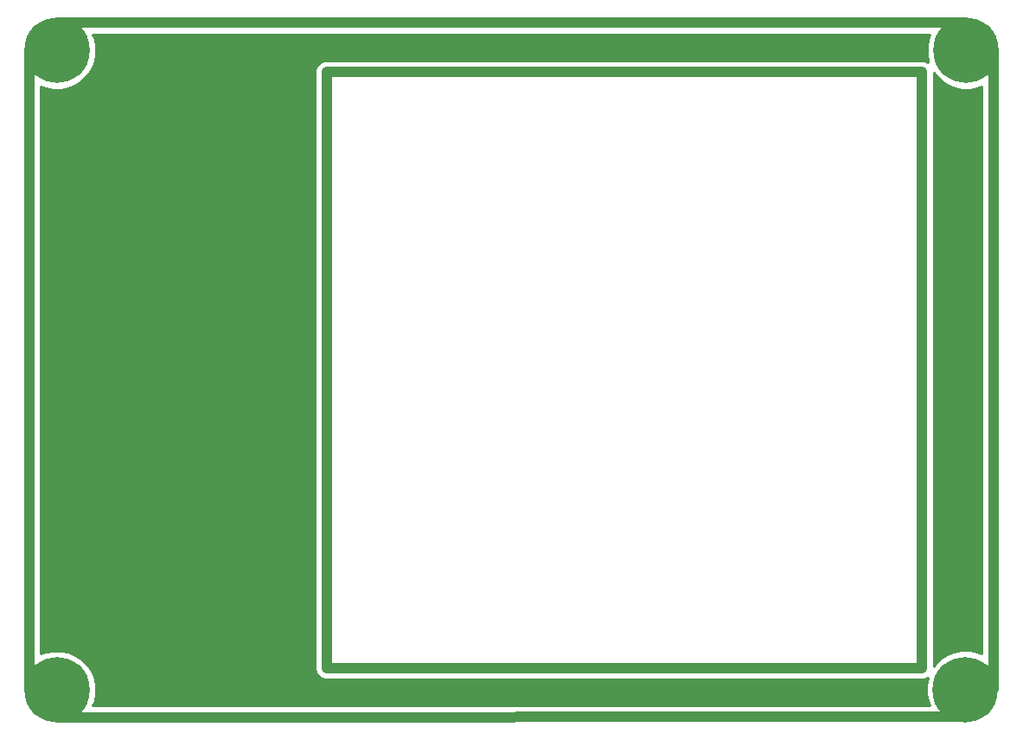
<source format=gbl>
G04 #@! TF.GenerationSoftware,KiCad,Pcbnew,(5.1.10-1-10_14)*
G04 #@! TF.CreationDate,2021-09-27T01:33:29+08:00*
G04 #@! TF.ProjectId,SMP top plate v.2 ,534d5020-746f-4702-9070-6c6174652076,rev?*
G04 #@! TF.SameCoordinates,Original*
G04 #@! TF.FileFunction,Copper,L2,Bot*
G04 #@! TF.FilePolarity,Positive*
%FSLAX46Y46*%
G04 Gerber Fmt 4.6, Leading zero omitted, Abs format (unit mm)*
G04 Created by KiCad (PCBNEW (5.1.10-1-10_14)) date 2021-09-27 01:33:29*
%MOMM*%
%LPD*%
G01*
G04 APERTURE LIST*
G04 #@! TA.AperFunction,NonConductor*
%ADD10C,1.000000*%
G04 #@! TD*
G04 #@! TA.AperFunction,ConnectorPad*
%ADD11C,6.400000*%
G04 #@! TD*
G04 #@! TA.AperFunction,ComponentPad*
%ADD12C,3.600000*%
G04 #@! TD*
G04 #@! TA.AperFunction,NonConductor*
%ADD13C,0.254000*%
G04 #@! TD*
G04 #@! TA.AperFunction,NonConductor*
%ADD14C,0.100000*%
G04 #@! TD*
G04 APERTURE END LIST*
D10*
X90158820Y-131414520D02*
X90158820Y-69032120D01*
X92922340Y-134190740D02*
X181737000Y-134165319D01*
X184533799Y-131414520D02*
X184533799Y-69032120D01*
X92922340Y-66255921D02*
X181739540Y-66255921D01*
X119245380Y-71066760D02*
X119249420Y-129368340D01*
X177543460Y-129368340D02*
X119249420Y-129368340D01*
X177543460Y-71066760D02*
X177543460Y-129367380D01*
X177543460Y-71067380D02*
X119250460Y-71067380D01*
D11*
X181787255Y-131465320D03*
D12*
X181787255Y-131465320D03*
D11*
X92858819Y-131490720D03*
D12*
X92858819Y-131490720D03*
D11*
X181833800Y-68955920D03*
D12*
X181833800Y-68955920D03*
D11*
X92869000Y-68955920D03*
D12*
X92869000Y-68955920D03*
D13*
X178146177Y-67837292D02*
X177998800Y-68578205D01*
X177998800Y-69333635D01*
X178146177Y-70074548D01*
X178160758Y-70109750D01*
X177979906Y-70013084D01*
X177765958Y-69948183D01*
X177543460Y-69926269D01*
X177481413Y-69932380D01*
X119307383Y-69932380D01*
X119245301Y-69926270D01*
X119022804Y-69948199D01*
X118808860Y-70013115D01*
X118611692Y-70118520D01*
X118438876Y-70260367D01*
X118297053Y-70433203D01*
X118191674Y-70630387D01*
X118126788Y-70844339D01*
X118110377Y-71011087D01*
X118110381Y-71063201D01*
X118109969Y-71067380D01*
X118110381Y-71071565D01*
X118114416Y-129312626D01*
X118108929Y-129368340D01*
X118114424Y-129424132D01*
X118114424Y-129424170D01*
X118119457Y-129475235D01*
X118130843Y-129590839D01*
X118130855Y-129590880D01*
X118130859Y-129590916D01*
X118159778Y-129686224D01*
X118195744Y-129804787D01*
X118195765Y-129804827D01*
X118195775Y-129804859D01*
X118242898Y-129893006D01*
X118301136Y-130001963D01*
X118301163Y-130001995D01*
X118301180Y-130002028D01*
X118366774Y-130081944D01*
X118442971Y-130174789D01*
X118443004Y-130174816D01*
X118443027Y-130174844D01*
X118520365Y-130238305D01*
X118615797Y-130316624D01*
X118615836Y-130316645D01*
X118615863Y-130316667D01*
X118704006Y-130363772D01*
X118812973Y-130422016D01*
X118813014Y-130422029D01*
X118813047Y-130422046D01*
X118912705Y-130452270D01*
X119026921Y-130486917D01*
X119026963Y-130486921D01*
X119026999Y-130486932D01*
X119127864Y-130496859D01*
X119193668Y-130503340D01*
X119193717Y-130503340D01*
X119249499Y-130508830D01*
X119305202Y-130503340D01*
X177497456Y-130503340D01*
X177543460Y-130507871D01*
X177589465Y-130503340D01*
X177599212Y-130503340D01*
X177765959Y-130486917D01*
X177979907Y-130422016D01*
X178097110Y-130359370D01*
X177952255Y-131087605D01*
X177952255Y-131843035D01*
X178099632Y-132583948D01*
X178284934Y-133031308D01*
X96361948Y-133054756D01*
X96546442Y-132609348D01*
X96693819Y-131868435D01*
X96693819Y-131113005D01*
X96546442Y-130372092D01*
X96257352Y-129674166D01*
X95837658Y-129046050D01*
X95303489Y-128511881D01*
X94675373Y-128092187D01*
X93977447Y-127803097D01*
X93236534Y-127655720D01*
X92481104Y-127655720D01*
X91740191Y-127803097D01*
X91293820Y-127987990D01*
X91293820Y-72454433D01*
X91750372Y-72643543D01*
X92491285Y-72790920D01*
X93246715Y-72790920D01*
X93987628Y-72643543D01*
X94685554Y-72354453D01*
X95313670Y-71934759D01*
X95847839Y-71400590D01*
X96267533Y-70772474D01*
X96556623Y-70074548D01*
X96704000Y-69333635D01*
X96704000Y-68578205D01*
X96556623Y-67837292D01*
X96371730Y-67390921D01*
X178331070Y-67390921D01*
X178146177Y-67837292D01*
G04 #@! TA.AperFunction,NonConductor*
D14*
G36*
X178146177Y-67837292D02*
G01*
X177998800Y-68578205D01*
X177998800Y-69333635D01*
X178146177Y-70074548D01*
X178160758Y-70109750D01*
X177979906Y-70013084D01*
X177765958Y-69948183D01*
X177543460Y-69926269D01*
X177481413Y-69932380D01*
X119307383Y-69932380D01*
X119245301Y-69926270D01*
X119022804Y-69948199D01*
X118808860Y-70013115D01*
X118611692Y-70118520D01*
X118438876Y-70260367D01*
X118297053Y-70433203D01*
X118191674Y-70630387D01*
X118126788Y-70844339D01*
X118110377Y-71011087D01*
X118110381Y-71063201D01*
X118109969Y-71067380D01*
X118110381Y-71071565D01*
X118114416Y-129312626D01*
X118108929Y-129368340D01*
X118114424Y-129424132D01*
X118114424Y-129424170D01*
X118119457Y-129475235D01*
X118130843Y-129590839D01*
X118130855Y-129590880D01*
X118130859Y-129590916D01*
X118159778Y-129686224D01*
X118195744Y-129804787D01*
X118195765Y-129804827D01*
X118195775Y-129804859D01*
X118242898Y-129893006D01*
X118301136Y-130001963D01*
X118301163Y-130001995D01*
X118301180Y-130002028D01*
X118366774Y-130081944D01*
X118442971Y-130174789D01*
X118443004Y-130174816D01*
X118443027Y-130174844D01*
X118520365Y-130238305D01*
X118615797Y-130316624D01*
X118615836Y-130316645D01*
X118615863Y-130316667D01*
X118704006Y-130363772D01*
X118812973Y-130422016D01*
X118813014Y-130422029D01*
X118813047Y-130422046D01*
X118912705Y-130452270D01*
X119026921Y-130486917D01*
X119026963Y-130486921D01*
X119026999Y-130486932D01*
X119127864Y-130496859D01*
X119193668Y-130503340D01*
X119193717Y-130503340D01*
X119249499Y-130508830D01*
X119305202Y-130503340D01*
X177497456Y-130503340D01*
X177543460Y-130507871D01*
X177589465Y-130503340D01*
X177599212Y-130503340D01*
X177765959Y-130486917D01*
X177979907Y-130422016D01*
X178097110Y-130359370D01*
X177952255Y-131087605D01*
X177952255Y-131843035D01*
X178099632Y-132583948D01*
X178284934Y-133031308D01*
X96361948Y-133054756D01*
X96546442Y-132609348D01*
X96693819Y-131868435D01*
X96693819Y-131113005D01*
X96546442Y-130372092D01*
X96257352Y-129674166D01*
X95837658Y-129046050D01*
X95303489Y-128511881D01*
X94675373Y-128092187D01*
X93977447Y-127803097D01*
X93236534Y-127655720D01*
X92481104Y-127655720D01*
X91740191Y-127803097D01*
X91293820Y-127987990D01*
X91293820Y-72454433D01*
X91750372Y-72643543D01*
X92491285Y-72790920D01*
X93246715Y-72790920D01*
X93987628Y-72643543D01*
X94685554Y-72354453D01*
X95313670Y-71934759D01*
X95847839Y-71400590D01*
X96267533Y-70772474D01*
X96556623Y-70074548D01*
X96704000Y-69333635D01*
X96704000Y-68578205D01*
X96556623Y-67837292D01*
X96371730Y-67390921D01*
X178331070Y-67390921D01*
X178146177Y-67837292D01*
G37*
G04 #@! TD.AperFunction*
D13*
X178854961Y-71400590D02*
X179389130Y-71934759D01*
X180017246Y-72354453D01*
X180715172Y-72643543D01*
X181456085Y-72790920D01*
X182211515Y-72790920D01*
X182952428Y-72643543D01*
X183398800Y-72458650D01*
X183398799Y-127981869D01*
X182905883Y-127777697D01*
X182164970Y-127630320D01*
X181409540Y-127630320D01*
X180668627Y-127777697D01*
X179970701Y-128066787D01*
X179342585Y-128486481D01*
X178808416Y-129020650D01*
X178678460Y-129215143D01*
X178678460Y-71136438D01*
X178854961Y-71400590D01*
G04 #@! TA.AperFunction,NonConductor*
D14*
G36*
X178854961Y-71400590D02*
G01*
X179389130Y-71934759D01*
X180017246Y-72354453D01*
X180715172Y-72643543D01*
X181456085Y-72790920D01*
X182211515Y-72790920D01*
X182952428Y-72643543D01*
X183398800Y-72458650D01*
X183398799Y-127981869D01*
X182905883Y-127777697D01*
X182164970Y-127630320D01*
X181409540Y-127630320D01*
X180668627Y-127777697D01*
X179970701Y-128066787D01*
X179342585Y-128486481D01*
X178808416Y-129020650D01*
X178678460Y-129215143D01*
X178678460Y-71136438D01*
X178854961Y-71400590D01*
G37*
G04 #@! TD.AperFunction*
M02*

</source>
